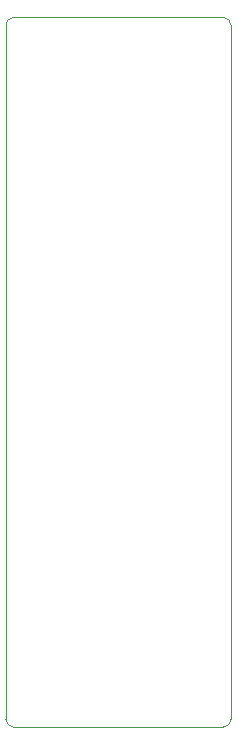
<source format=gbr>
%TF.GenerationSoftware,KiCad,Pcbnew,(5.1.9)-1*%
%TF.CreationDate,2021-04-11T18:01:07+01:00*%
%TF.ProjectId,RGBtoHDMI-Adapter Type A,52474274-6f48-4444-9d49-2d4164617074,1*%
%TF.SameCoordinates,Original*%
%TF.FileFunction,Profile,NP*%
%FSLAX46Y46*%
G04 Gerber Fmt 4.6, Leading zero omitted, Abs format (unit mm)*
G04 Created by KiCad (PCBNEW (5.1.9)-1) date 2021-04-11 18:01:07*
%MOMM*%
%LPD*%
G01*
G04 APERTURE LIST*
%TA.AperFunction,Profile*%
%ADD10C,0.050000*%
%TD*%
G04 APERTURE END LIST*
D10*
X107442000Y-36830000D02*
G75*
G02*
X108077000Y-37465000I0J-635000D01*
G01*
X89027000Y-37465000D02*
G75*
G02*
X89662000Y-36830000I635000J0D01*
G01*
X89662000Y-96901000D02*
G75*
G02*
X89027000Y-96266000I0J635000D01*
G01*
X108077000Y-96266000D02*
G75*
G02*
X107442000Y-96901000I-635000J0D01*
G01*
X89662000Y-96901000D02*
X107442000Y-96901000D01*
X89027000Y-37465000D02*
X89027000Y-96266000D01*
X107442000Y-36830000D02*
X89662000Y-36830000D01*
X108077000Y-96266000D02*
X108077000Y-37465000D01*
M02*

</source>
